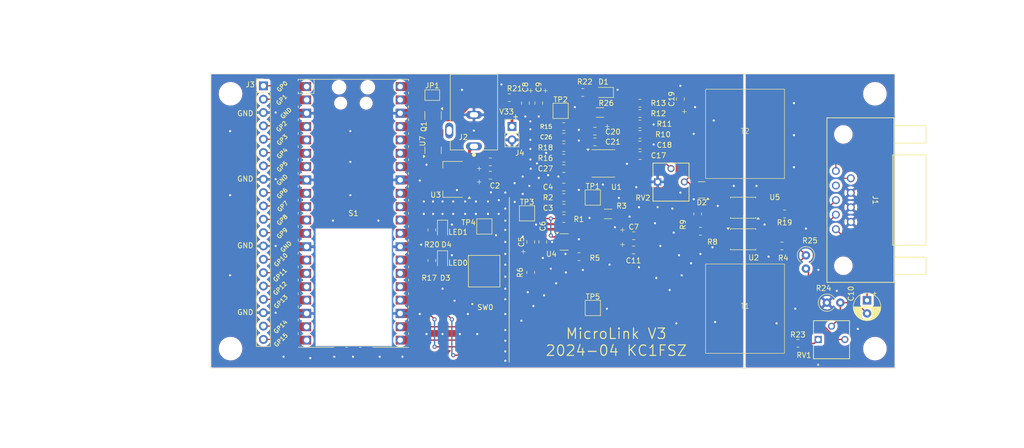
<source format=kicad_pcb>
(kicad_pcb (version 20240108) (generator "pcbnew") (generator_version "8.0")
  (layers (0 "F.Cu" signal) (31 "B.Cu" signal) (34 "B.Paste" user) (35 "F.Paste" user) (36 "B.SilkS" user "B.Silkscreen") (37 "F.SilkS" user "F.Silkscreen") (38 "B.Mask" user) (39 "F.Mask" user) (44 "Edge.Cuts" user))
  (net 0 "")
  (net 1 "+3.3VA")
  (net 2 "GNDA")
  (net 3 "Net-(C3-Pad1)")
  (net 4 "Net-(U1B--)")
  (net 5 "Net-(T1-SA)")
  (net 6 "Net-(C17-Pad1)")
  (net 7 "Net-(U1B-+)")
  (net 8 "Net-(C19-Pad1)")
  (net 9 "+5VA")
  (net 10 "/Audio Input/Vbias")
  (net 11 "Net-(C26-Pad1)")
  (net 12 "Net-(U1D--)")
  (net 13 "Net-(R13-Pad2)")
  (net 14 "Net-(U1A--)")
  (net 15 "Net-(D1-A)")
  (net 16 "RIG_GND")
  (net 17 "RIG_AF_IN")
  (net 18 "RIG_PTT")
  (net 19 "RIG_COS")
  (net 20 "SW0")
  (net 21 "Net-(U1C--)")
  (net 22 "GPIO_COS")
  (net 23 "GPIO_PTT")
  (net 24 "ADC0")
  (net 25 "Net-(J3-Pin_1)")
  (net 26 "Net-(U4-VOUT)")
  (net 27 "Net-(U1A-+)")
  (net 28 "Net-(R8-Pad2)")
  (net 29 "Net-(D3-A)")
  (net 30 "Net-(D4-A)")
  (net 31 "Net-(T1-AA)")
  (net 32 "Net-(D2-COM)")
  (net 33 "Net-(C10-Pad2)")
  (net 34 "RIG_AF_OUT+")
  (net 35 "RIG_AF_OUT-")
  (net 36 "Net-(S1-ADC_VREF)")
  (net 37 "LED0")
  (net 38 "Net-(R19-Pad2)")
  (net 39 "LED1")
  (net 40 "Net-(J3-Pin_2)")
  (net 41 "Net-(J3-Pin_4)")
  (net 42 "Net-(J3-Pin_5)")
  (net 43 "Net-(J3-Pin_6)")
  (net 44 "Net-(J3-Pin_7)")
  (net 45 "Net-(J3-Pin_9)")
  (net 46 "Net-(J3-Pin_10)")
  (net 47 "Net-(J3-Pin_11)")
  (net 48 "Net-(J3-Pin_12)")
  (net 49 "Net-(J3-Pin_14)")
  (net 50 "Net-(J3-Pin_15)")
  (net 51 "Net-(J3-Pin_16)")
  (net 52 "Net-(J3-Pin_17)")
  (net 53 "Net-(J3-Pin_19)")
  (net 54 "Net-(J3-Pin_20)")
  (net 55 "I2C0_SDA")
  (net 56 "I2C0_SCL")
  (net 58 "Net-(JP1-B)")
  (net 59 "Net-(Q1-G)")
  (net 60 "+3.3V")
  (net 61 "Net-(JP1-A)")
  (net 62 "Net-(R23-Pad2)")
  (net 63 "Net-(R25-Pad2)")
  (net 64 "Net-(C11-Pad1)")
  (net 66 "Net-(R15-Pad2)")
  (footprint "TestPoint:TestPoint_Pad_2.5x2.5mm" (layer "F.Cu") (at 184.5 51)
    (property "Reference" "TP2")
    (property "Value" "TestPoint")
  )
  (footprint "Package_TO_SOT_SMD:SOT-23" (layer "F.Cu") (at 211.328 66.04 180)
    (property "Reference" "D2")
    (property "Value" "BAT54S")
  )
  (footprint "bruce-footprints:CPOL_0805_2012Metric_Pad1.18x1.45mm_HandSolder" (layer "F.Cu") (at 171.136 63.25)
    (property "Reference" "C2")
    (property "Value" "10u")
  )
  (footprint "Resistor_SMD:R_0805_2012Metric_Pad1.20x1.40mm_HandSolder" (layer "F.Cu") (at 174.752 48.4925)
    (property "Reference" "R21")
    (property "Value" "4.7")
  )
  (footprint "Resistor_SMD:R_0805_2012Metric_Pad1.20x1.40mm_HandSolder" (layer "F.Cu") (at 178.816 81.75 -90)
    (property "Reference" "R6")
    (property "Value" "10k")
  )
  (footprint "Resistor_SMD:R_0805_2012Metric_Pad1.20x1.40mm_HandSolder" (layer "F.Cu") (at 185.114 60)
    (property "Reference" "R16")
    (property "Value" "2.7k")
  )
  (footprint "Jumper:SolderJumper-2_P1.3mm_Bridged_Pad1.0x1.5mm" (layer "F.Cu") (at 160.1 48)
    (property "Reference" "JP1")
    (property "Value" "SolderJumper_2_Bridged")
  )
  (footprint "bruce-footprints:CPOL_0805_2012Metric_Pad1.18x1.45mm_HandSolder" (layer "F.Cu") (at 171.136 60.71)
    (property "Reference" "C1" (hide yes))
    (property "Value" "10u")
  )
  (footprint "bruce-footprints:CPOL_0805_2012Metric_Pad1.18x1.45mm_HandSolder" (layer "F.Cu") (at 180.34 49.5085 -90)
    (property "Reference" "C9")
    (property "Value" "47u")
  )
  (footprint "Capacitor_THT:CP_Radial_D5.0mm_P2.50mm" (layer "F.Cu") (at 242.75 87.044888 -90)
    (property "Reference" "C10")
    (property "Value" "47u (Optional DC Block)")
  )
  (footprint "Resistor_SMD:R_0805_2012Metric_Pad1.20x1.40mm_HandSolder" (layer "F.Cu") (at 211.074 73.914)
    (property "Reference" "R8")
    (property "Value" "200")
  )
  (footprint "TestPoint:TestPoint_Pad_2.5x2.5mm" (layer "F.Cu") (at 170 73)
    (property "Reference" "TP4")
    (property "Value" "TestPoint")
  )
  (footprint "bruce-footprints:CONN_A-DF 09 A&slash_KG-T2S_ASM" (layer "F.Cu") (at 247.749998 67.98 -90)
    (property "Reference" "J1")
    (property "Value" "DE9_Receptacle")
  )
  (footprint "Resistor_SMD:R_0805_2012Metric_Pad1.20x1.40mm_HandSolder" (layer "F.Cu") (at 160.02 73.66 -90)
    (property "Reference" "R20")
    (property "Value" "220")
  )
  (footprint "Resistor_SMD:R_0805_2012Metric_Pad1.20x1.40mm_HandSolder" (layer "F.Cu") (at 188 78.75 180)
    (property "Reference" "R5")
    (property "Value" "10k")
  )
  (footprint "Resistor_SMD:R_1206_3216Metric_Pad1.30x1.75mm_HandSolder" (layer "F.Cu") (at 193.522 70.612)
    (property "Reference" "R3")
    (property "Value" "0R")
  )
  (footprint "Resistor_SMD:R_0805_2012Metric_Pad1.20x1.40mm_HandSolder" (layer "F.Cu") (at 229.616 95.25)
    (property "Reference" "R23")
    (property "Value" "0R")
  )
  (footprint "Capacitor_SMD:C_0805_2012Metric_Pad1.18x1.45mm_HandSolder" (layer "F.Cu") (at 181.102 75.946 90)
    (property "Reference" "C6")
    (property "Value" "0.1u")
  )
  (footprint "TestPoint:TestPoint_Pad_2.5x2.5mm" (layer "F.Cu") (at 190.614 67.5)
    (property "Reference" "TP1")
    (property "Value" "AF Out")
  )
  (footprint "Resistor_SMD:R_0805_2012Metric_Pad1.20x1.40mm_HandSolder" (layer "F.Cu") (at 185.114 54)
    (property "Reference" "R15")
    (property "Value" "1.5k")
  )
  (footprint "Resistor_SMD:R_1206_3216Metric_Pad1.30x1.75mm_HandSolder" (layer "F.Cu") (at 191.998 51.308 180)
    (property "Reference" "R26")
    (property "Value" "0R")
  )
  (footprint "Capacitor_SMD:C_0805_2012Metric_Pad1.18x1.45mm_HandSolder" (layer "F.Cu") (at 185.114 69.5)
    (property "Reference" "C3")
    (property "Value" "22n")
  )
  (footprint "Resistor_THT:R_Axial_DIN0309_L9.0mm_D3.2mm_P2.54mm_Vertical" (layer "F.Cu") (at 231.14 78.486 -90)
    (property "Reference" "R25")
    (property "Value" "33k")
  )
  (footprint "bruce-footprints:POT_3362P" (layer "F.Cu") (at 202.946 64.516)
    (property "Reference" "RV2")
    (property "Value" "10k")
  )
  (footprint "Resistor_SMD:R_0805_2012Metric_Pad1.20x1.40mm_HandSolder" (layer "F.Cu") (at 199.5765 51.5 180)
    (property "Reference" "R12")
    (property "Value" "2.2k")
  )
  (footprint "Capacitor_SMD:C_0805_2012Metric_Pad1.18x1.45mm_HandSolder" (layer "F.Cu") (at 191.008 56.896 180)
    (property "Reference" "C21")
    (property "Value" "0.1u")
  )
  (footprint "Resistor_SMD:R_0805_2012Metric_Pad1.20x1.40mm_HandSolder" (layer "F.Cu") (at 185.114 71.5 180)
    (property "Reference" "R1")
    (property "Value" "1.5k")
  )
  (footprint "MountingHole:MountingHole_4mm" (layer "F.Cu") (at 121.75 47.75)
    (property "Reference" "H3" (hide yes))
    (property "Value" "MountingHole")
  )
  (footprint "bruce-footprints:CPOL_0805_2012Metric_Pad1.18x1.45mm_HandSolder" (layer "F.Cu") (at 198.3525 77.47)
    (property "Reference" "C11")
    (property "Value" "47u")
  )
  (footprint "Capacitor_SMD:C_0805_2012Metric_Pad1.18x1.45mm_HandSolder" (layer "F.Cu") (at 185.114 62 180)
    (property "Reference" "C27")
    (property "Value" "10n")
  )
  (footprint "Capacitor_SMD:C_0805_2012Metric_Pad1.18x1.45mm_HandSolder" (layer "F.Cu") (at 199.614 59.5 180)
    (property "Reference" "C17")
    (property "Value" "1u")
  )
  (footprint "MountingHole:MountingHole_4mm" (layer "F.Cu") (at 244.25 47.75)
    (property "Reference" "H2" (hide yes))
    (property "Value" "MountingHole")
  )
  (footprint "Resistor_SMD:R_0805_2012Metric_Pad1.20x1.40mm_HandSolder" (layer "F.Cu") (at 199.5765 55.5 180)
    (property "Reference" "R10")
    (property "Value" "330k 1%")
  )
  (footprint "TestPoint:TestPoint_Pad_2.5x2.5mm" (layer "F.Cu") (at 190.627 88.519)
    (property "Reference" "TP5")
    (property "Value" "TestPoint")
  )
  (footprint "Connector_PinHeader_2.54mm:PinHeader_1x20_P2.54mm_Vertical" (layer "F.Cu") (at 128 46.24)
    (property "Reference" "J3")
    (property "Value" "Conn_01x20")
  )
  (footprint "bruce-footprints:CheapAudioTransformer" (layer "F.Cu") (at 219.558 88.646)
    (property "Reference" "T1")
    (property "Value" "Transformer_1P_1S")
  )
  (footprint "Package_TO_SOT_SMD:SOT-23" (layer "F.Cu") (at 160.25 58.5 90)
    (property "Reference" "U7")
    (property "Value" "LM4040DBZ-3")
  )
  (footprint "Resistor_SMD:R_0805_2012Metric_Pad1.20x1.40mm_HandSolder" (layer "F.Cu") (at 185.114 58 180)
    (property "Reference" "R18")
    (property "Value" "0R")
  )
  (footprint "MountingHole:MountingHole_4mm" (layer "F.Cu") (at 121.75 96.25)
    (property "Reference" "H4" (hide yes))
    (property "Value" "MountingHole")
  )
  (footprint "bruce-footprints:CPOL_0805_2012Metric_Pad1.18x1.45mm_HandSolder" (layer "F.Cu") (at 178.816 75.946 90)
    (property "Reference" "C5")
    (property "Value" "47u")
  )
  (footprint "Package_SO:SO-4_4.4x3.6mm_P2.54mm" (layer "F.Cu") (at 219.202 75.438)
    (property "Reference" "U2")
    (property "Value" "LTV-356T")
  )
  (footprint "MountingHole:MountingHole_4mm" (layer "F.Cu") (at 244.25 96.25)
    (property "Reference" "H1" (hide yes))
    (property "Value" "MountingHole")
  )
  (footprint "Package_SO:TSSOP-14_4.4x5mm_P0.65mm" (layer "F.Cu") (at 192.614 61)
    (property "Reference" "U1")
    (property "Value" "LMV324 (Actually LTV9161)")
  )
  (footprint "Resistor_SMD:R_0805_2012Metric_Pad1.20x1.40mm_HandSolder" (layer "F.Cu") (at 199.5765 49.53)
    (property "Reference" "R13")
    (property "Value" "2.2k")
  )
  (footprint "LED_SMD:LED_0805_2012Metric_Pad1.15x1.40mm_HandSolder" (layer "F.Cu") (at 192.681 47.498 180)
    (property "Reference" "D1")
    (property "Value" "Red")
  )
  (footprint "Resistor_SMD:R_0805_2012Metric_Pad1.20x1.40mm_HandSolder" (layer "F.Cu") (at 160.02 79.477 -90)
    (property "Reference" "R17")
    (property "Value" "220")
  )
  (footprint "bruce-footprints:CPOL_0805_2012Metric_Pad1.18x1.45mm_HandSolder" (layer "F.Cu") (at 191.008 54.864 180)
    (property "Reference" "C20")
    (property "Value" "47u")
  )
  (footprint "Resistor_SMD:R_0805_2012Metric_Pad1.20x1.40mm_HandSolder" (layer "F.Cu") (at 199.5765 53.5)
    (property "Reference" "R11")
    (property "Value" "270k 1%")
  )
  (footprint "Resistor_SMD:R_0805_2012Metric_Pad1.20x1.40mm_HandSolder" (layer "F.Cu") (at 185.114 67.5)
    (property "Reference" "R2")
    (property "Value" "2.7k")
  )
  (footprint "Resistor_SMD:R_0805_2012Metric_Pad1.20x1.40mm_HandSolder" (layer "F.Cu") (at 226.568 76.708 180)
    (property "Reference" "R4")
    (property "Value" "570")
  )
  (footprint "bruce-footprints:CPOL_0805_2012Metric_Pad1.18x1.45mm_HandSolder" (layer "F.Cu") (at 198.4025 74.77)
    (property "Reference" "C7")
    (property "Value" "47u")
  )
  (footprint "Package_TO_SOT_SMD:SOT-23-3" (layer "F.Cu") (at 160.25 51.8875 -90)
    (property "Reference" "Q1")
    (property "Value" "DMG2305UX-13")
  )
  (footprint "bruce-footprints:Power_5.5mm_CUI_PJ-102AH" (layer "F.Cu") (at 168.025 51.25 90)
    (property "Reference" "J2")
    (property "Value" "PJ-102AH")
  )
  (footprint "Capacitor_SMD:C_0805_2012Metric_Pad1.18x1.45mm_HandSolder" (layer "F.Cu") (at 185.114 65.5 180)
    (property "Reference" "C4")
    (property "Value" "10n")
  )
  (footprint "Resistor_SMD:R_0805_2012Metric_Pad1.20x1.40mm_HandSolder" (layer "F.Cu") (at 227.076 70.612 180)
    (property "Reference" "R19")
    (property "Value" "220")
  )
  (footprint "bruce-footprints:SW_TS04-66-55-BK-160-SMT" (layer "F.Cu") (at 169.962 81.512 90)
    (property "Reference" "SW0")
    (property "Value" "TS04-66-55-BK-160-SMT")
  )
  (footprint "bruce-footprints:CPOL_0805_2012Metric_Pad1.18x1.45mm_HandSolder" (layer "F.Cu") (at 207.264 48.7465 90)
    (property "Reference" "C19")
    (property "Value" "47u")
  )
  (footprint "Capacitor_SMD:C_0805_2012Metric_Pad1.18x1.45mm_HandSolder" (layer "F.Cu") (at 185.114 56)
    (property "Reference" "C26")
    (property "Value" "22n")
  )
  (footprint "Resistor_SMD:R_0805_2012Metric_Pad1.20x1.40mm_HandSolder" (layer "F.Cu") (at 188.706 47.498)
    (property "Reference" "R22")
    (property "Value" "220")
  )
  (footprint "bruce-footprints:CPOL_0805_2012Metric_Pad1.18x1.45mm_HandSolder" (layer "F.Cu") (at 177.8 49.5085 -90)
    (property "Reference" "C8")
    (property "Value" "47u")
  )
  (footprint "Package_TO_SOT_SMD:SOT-23-6" (layer "F.Cu") (at 185.164 75.946)
    (property "Reference" "U4")
    (property "Value" "MCP4725xxx-xCH")
  )
  (footprint "bruce-footprints:POT_3362P" (layer "F.Cu") (at 233.46 94.5174)
    (property "Reference" "RV1")
    (property "Value" "10k")
  )
  (footprint "TestPoint:TestPoint_Pad_2.5x2.5mm" (layer "F.Cu") (at 178.114 70.5)
    (property "Reference" "TP3")
    (property "Value" "TestPoint")
  )
  (footprint "Connector_PinHeader_2.54mm:PinHeader_1x02_P2.54mm_Vertical" (layer "F.Cu") (at 175.25 53.975)
    (property "Reference" "J4")
    (property "Value" "Conn_01x02")
  )
  (footprint "Package_TO_SOT_SMD:SOT-223-3_TabPin2" (layer "F.Cu") (at 164.024 64.04 180)
    (property "Reference" "U3")
    (property "Value" "NCP1117-3.3_SOT223")
  )
  (footprint "Capacitor_SMD:C_0805_2012Metric_Pad1.18x1.45mm_HandSolder" (layer "F.Cu") (at 199.5765 57.5)
    (property "Reference" "C18")
    (property "Value" "0.1u")
  )
  (footprint "Resistor_THT:R_Axial_DIN0309_L9.0mm_D3.2mm_P2.54mm_Vertical" (layer "F.Cu") (at 235.13 87.5)
    (property "Reference" "R24")
    (property "Value" "1k")
  )
  (footprint "Resistor_SMD:R_0805_2012Metric_Pad1.20x1.40mm_HandSolder" (layer "F.Cu") (at 210.566 70.612 -90)
    (property "Reference" "R9")
    (property "Value" "1k")
  )
  (footprint "LED_SMD:LED_0805_2012Metric_Pad1.15x1.40mm_HandSolder" (layer "F.Cu") (at 162.052 73.66 -90)
    (property "Reference" "D4")
    (property "Value" "Green")
  )
  (footprint "bruce-footprints:CheapAudioTransformer" (layer "F.Cu") (at 219.558 55.372)
    (property "Reference" "T2")
    (property "Value" "Transformer_1P_1S")
  )
  (footprint "Package_SO:SO-4_4.4x3.6mm_P2.54mm" (layer "F.Cu") (at 219.202 69.438 180)
    (property "Reference" "U5")
    (property "Value" "LTV-356T")
  )
  (footprint "LED_SMD:LED_0805_2012Metric_Pad1.15x1.40mm_HandSolder" (layer "F.Cu") (at 162.052 79.493 -90)
    (property "Reference" "D3")
    (property "Value" "Blue")
  )
  (footprint "bruce-footprints:RPi_PicoW_SMD_TH" (layer "F.Cu") (at 145.11 70.5)
    (property "Reference" "S1")
    (property "Value" "~")
  )
  (gr_line (start 174.75 67.5) (end 174.714 98.806) (stroke (width 0.15)) (layer "F.SilkS"))
  (gr_rect (start 137.922 73.406) (end 152.4 95.758) (stroke (width 0.1)) (fill none) (layer "Edge.Cuts"))
  (gr_rect (start 118 44) (end 248 100) (stroke (width 0.1)) (fill none) (layer "Edge.Cuts"))
  (gr_text "GND" (at 122.936 52.07 0) (layer "F.SilkS") (effects (font (size 1 1)) (justify left bottom)))
  (gr_text "GND" (at 122.936 77.216 0) (layer "F.SilkS") (effects (font (size 1 1)) (justify left bottom)))
  (gr_text "GND" (at 122.936 64.516 0) (layer "F.SilkS") (effects (font (size 1 1)) (justify left bottom)))
  (gr_text "LED0" (at 163.068 80.518 0) (layer "F.SilkS") (effects (font (size 1 1)) (justify left bottom)))
  (gr_text "LED1" (at 163.068 74.66 0) (layer "F.SilkS") (effects (font (size 1 1)) (justify left bottom)))
  (gr_text "+" (at 175.25 52.645 0) (layer "F.SilkS") (effects (font (size 1 1)) (justify left bottom)))
  (gr_text "GND" (at 122.936 89.916 0) (layer "F.SilkS") (effects (font (size 1 1)) (justify left bottom)))
  (gr_text "MicroLink V3\n2024-04 KC1FSZ" (at 195.072 97.79 0) (layer "F.SilkS") (effects (font (size 2 2) (thickness 0.2)) (justify bottom)))
  (gr_text "V33" (at 172.75 51.75 0) (layer "F.SilkS") (effects (font (size 1 1)) (justify left bottom)))
  (segment (start 177.7785 48.4925) (end 177.8 48.471) (width 0.5) (layer "F.Cu") (net 1))
  (segment (start 176.315 73.875) (end 176.315 76.747) (width 0.5) (layer "F.Cu") (net 1))
  (segment (start 191.984 61) (end 192.0455 60.9385) (width 0.5) (layer "F.Cu") (net 1))
  (segment (start 201.482082 55.5) (end 206.6091 60.627018) (width 0.5) (layer "F.Cu") (net 1))
  (segment (start 177.517082 73.445) (end 176.745 73.445) (width 0.5) (layer "F.Cu") (net 1))
  (segment (start 178.816 80.994) (end 178.816 81.026) (width 0.25) (layer "F.Cu") (net 1))
  (segment (start 189.809878 48.648) (end 188.856 48.648) (width 0.5) (layer "F.Cu") (net 1))
  (segment (start 206.6091 60.627018) (end 206.6091 63.0991) (width 0.5) (layer "F.Cu") (net 1))
  (segment (start 203.9222 65.786) (end 201.676 65.786) (width 0.5) (layer "F.Cu") (net 1))
  (segment (start 203.9222 65.786) (end 207.5502 69.414) (width 0.5) (layer "F.Cu") (net 1))
  (segment (start 180.34 48.471) (end 185.6525 48.471) (width 0.5) (layer "F.Cu") (net 1))
  (segment (start 177.605082 73.533) (end 177.517082 73.445) (width 0.5) (layer "F.Cu") (net 1))
  (segment (start 192.0455 60.9385) (end 192.0455 54.864) (width 0.5) (layer "F.Cu") (net 1))
  (segment (start 189 76.684) (end 189.484 76.2) (width 0.5) (layer "F.Cu") (net 1))
  (segment (start 192.0455 54.864) (end 192.0455 50.883622) (width 0.5) (layer "F.Cu") (net 1))
  (segment (start 188.856 48.648) (end 187.706 47.498) (width 0.5) (layer "F.Cu") (net 1))
  (segment (start 210.566 69.612) (end 212.388 69.612) (width 0.5) (layer "F.Cu") (net 1))
  (segment (start 189.7515 61) (end 191.516 61) (width 0.5) (layer "F.Cu") (net 1))
  (segment (start 214.696 65.09) (end 212.4655 65.09) (width 0.5) (layer "F.Cu") (net 1))
  (segment (start 207.5502 69.414) (end 210.074 69.414) (width 0.5) (layer "F.Cu") (net 1))
  (segment (start 206.6091 63.0991) (end 203.9222 65.786) (width 0.5) (layer "F.Cu") (net 1))
  (segment (start 214.884 65.278) (end 214.696 65.09) (width 0.5) (layer "F.Cu") (net 1))
  (segment (start 191.516 61) (end 191.984 61) (width 0.5) (layer "F.Cu") (net 1))
  (segment (start 176.745 73.445) (end 176.315 73.875) (width 0.5) (layer "F.Cu") (net 1))
  (segment (start 185.6525 48.471) (end 186.6255 47.498) (width 0.5) (layer "F.Cu") (net 1))
  (segment (start 201.676 65.786) (end 199.898 64.008) (width 0.5) (layer "F.Cu") (net 1))
  (segment (start 178.816 80.75) (end 178.816 77.06) (width 0.5) (layer "F.Cu") (net 1))
  (segment (start 177.8 48.471) (end 180.34 48.471) (width 0.5) (layer "F.Cu") (net 1))
  (segment (start 194.524 64.008) (end 199.898 64.008) (width 0.5) (layer "F.Cu") (net 1))
  (segment (start 200.5765 55.5) (end 201.482082 55.5) (width 0.5) (layer "F.Cu") (net 1))
  (segment (start 176.628 77.06) (end 178.816 77.06) (width 0.5) (layer "F.Cu") (net 1))
  (segment (start 215.646 66.354) (end 215.646 65.278) (width 0.5) (layer "F.Cu") (net 1))
  (segment (start 191.321106 73.533) (end 177.605082 73.533) (width 0.5) (layer "F.Cu") (net 1))
  (segment (start 189.484 76.2) (end 189.484 75.370106) (width 0.5) (layer "F.Cu") (net 1))
  (segment (start 193.528 63.012) (end 193.528 71.326106) (width 0.5) (layer "F.Cu") (net 1))
  (segment (start 194.524 64.008) (end 193.528 63.012) (width 0.5) (layer "F.Cu") (net 1))
  (segment (start 175.752 48.4925) (end 177.7785 48.4925) (width 0.5) (layer "F.Cu") (net 1))
  (segment (start 192.0455 59.443499) (end 192.0455 56.896) (width 0) (layer "F.Cu") (net 1))
  (segment (start 189.484 75.370106) (end 191.321106 73.533) (width 0.5) (layer "F.Cu") (net 1))
  (segment (start 212.388 69.612) (end 215.646 66.354) (width 0.5) (layer "F.Cu") (net 1))
  (segment (start 181.102 76.9835) (end 178.816 76.9835) (width 0.5) (layer "F.Cu") (net 1))
  (segment (start 186.6255 47.498) (end 187.706 47.498) (width 0.5) (layer "F.Cu") (net 1))
  (segment (start 193.528 63.012) (end 191.516 61) (width 0.5) (layer "F.Cu") (net 1))
  (segment (start 181.102 76.9835) (end 183.939 76.9835) (width 0.5) (layer "F.Cu") (net 1))
  (segment (start 193.528 71.326106) (end 191.321106 73.533) (width 0.5) (layer "F.Cu") (net 1))
  (segment (start 215.646 65.278) (end 214.884 65.278) (width 0.5) (layer "F.Cu") (net 1))
  (segment (start 176.315 76.747) (end 176.628 77.06) (width 0.5) (layer "F.Cu") (net 1))
  (segment (start 183.939 76.9835) (end 184.0265 76.896) (width 0.5) (layer "F.Cu") (net 1))
  (segment (start 192.0455 50.883622) (end 189.809878 48.648) (width 0.5) (layer "F.Cu") (net 1))
  (segment (start 189 78.75) (end 189 76.684) (width 0.5) (layer "F.Cu") (net 1))
  (segment (start 189.64 54.61) (end 189.894 54.864) (width 0.25) (layer "F.Cu") (net 2))
  (segment (start 172.212 86.062) (end 172.212 76.962) (width 0.25) (layer "F.Cu") (net 2))
  (segment (start 186.3015 74.996) (end 187.518 74.996) (width 0.25) (layer "F.Cu") (net 2))
  (segment (start 189.7165 56.642) (end 189.9705 56.896) (width 0.25) (layer "F.Cu") (net 2))
  (segment (start 177.8 50.6225) (end 180.34 50.6225) (width 0.25) (layer "F.Cu") (net 2))
  (segment (start 182.88 75.946) (end 182.1395 75.946) (width 0.25) (layer "F.Cu") (net 2))
  (segment (start 159.3875 61.25) (end 159 61.25) (width 0.25) (layer "F.Cu") (net 2))
  (segment (start 195.4765 61.65) (end 195.4765 61) (width 0.25) (layer "F.Cu") (net 2))
  (segment (start 197.114 61) (end 197.114 61.075) (width 0.25) (layer "F.Cu") (net 2))
  (segment (start 184.0765 62) (end 184.0765 65.5) (width 0.25) (layer "F.Cu") (net 2))
  (segment (start 182.1395 75.946) (end 181.102 74.9085) (width 0.25) (layer "F.Cu") (net 2))
  (segment (start 181.0255 74.832) (end 181.102 74.9085) (width 0.25) (layer "F.Cu") (net 2))
  (segment (start 200.5765 53.5) (end 200.614 53.5) (width 0.25) (layer "F.Cu") (net 2))
  (segment (start 172.25 63.25) (end 172.25 60.71) (width 0.25) (layer "F.Cu") (net 2))
  (segment (start 161.2 59.4375) (end 159.3875 61.25) (width 0.25) (layer "F.Cu") (net 2))
  (segment (start 195.4765 61) (end 197.114 61) (width 0.25) (layer "F.Cu") (net 2))
  (segment (start 182.88 75.946) (end 184.0265 75.946) (width 0.25) (layer "F.Cu") (net 2))
  (segment (start 200.614 57.5) (end 201.114 57.5) (width 0.25) (layer "F.Cu") (net 2))
  (segment (start 187.518 74.996) (end 187.96 75.438) (width 0.25) (layer "F.Cu") (net 2))
  (via (at 202.184 53.594) (size 0.8) (drill 0.4) (layers "F.Cu" "B.Cu") (net 2))
  (via (at 177.292 63.5) (size 0.8) (drill 0.4) (layers "F.Cu" "B.Cu") (net 2))
  (via (at 180.34 63.754) (size 0.8) (drill 0.4) (layers "F.Cu" "B.Cu") (net 2))
  (via (at 154.432 97.79) (size 0.8) (drill 0.4) (layers "F.Cu" "B.Cu") (net 2))
  (via (at 162.052 93.472) (size 0.8) (drill 0.4) (layers "F.Cu" "B.Cu") (net 2))
  (via (at 162.052 70.612) (size 0.8) (drill 0.4) (layers "F.Cu" "B.Cu") (net 2))
  (via (at 170.688 68.25) (size 0.8) (drill 0.4) (layers "F.Cu" "B.Cu") (net 2))
  (via (at 168.656 93.472) (size 0.8) (drill 0.4) (layers "F.Cu" "B.Cu") (net 2))
  (via (at 187.96 56.642) (size 0.8) (drill 0.4) (layers "F.Cu" "B.Cu") (net 2))
  (via (at 189.992 71.374) (size 0.8) (drill 0.4) (layers "F.Cu" "B.Cu") (net 2))
  (via (at 188.722 81.28) (size 0.8) (drill 0.4) (layers "F.Cu" "B.Cu") (net 2))
  (via (at 173.99 98.552) (size 0.8) (drill 0.4) (layers "F.Cu" "B.Cu") (net 2))
  (via (at 195.326 46.99) (size 0.8) (drill 0.4) (layers "F.Cu" "B.Cu") (net 2))
  (via (at 202.184 57.404) (size 0.8) (drill 0.4) (layers "F.Cu" "B.Cu") (net 2))
  (via (at 192.532 65.024) (size 0.8) (drill 0.4) (layers "F.Cu" "B.Cu") (net 2))
  (via (at 168.402 70.612) (size 0.8) (drill 0.4) (layers "F.Cu" "B.Cu") (net 2))
  (via (at 187.96 75.438) (size 0.8) (drill 0.4) (layers "F.Cu" "B.Cu") (net 2))
  (via (at 175.75 64.75) (size 0.8) (drill 0.4) (layers "F.Cu" "B.Cu") (net 2))
  (via (at 173.99 82.55) (size 0.8) (drill 0.4) (layers "F.Cu" "B.Cu") (net 2))
  (via (at 177.292 74.93) (size 0.8) (drill 0.4) (layers "F.Cu" "B.Cu") (net 2))
  (via (at 150.114 97.79) (size 0.8) (drill 0.4) (layers "F.Cu" "B.Cu") (net 2))
  (via (at 157.734 89.662) (size 0.8) (drill 0.4) (layers "F.Cu" "B.Cu") (net 2))
  (via (at 173.99 86.868) (size 0.8) (drill 0.4) (layers "F.Cu" "B.Cu") (net 2))
  (via (at 158.496 70.612) (size 0.8) (drill 0.4) (layers "F.Cu" "B.Cu") (net 2))
  (via (at 193.294 88.646) (size 0.8) (drill 0.4) (layers "F.Cu" "B.Cu") (net 2))
  (via (at 164.338 87.122) (size 0.8) (drill 0.4) (layers "F.Cu" "B.Cu") (net 2))
  (via (at 131.826 97.79) (size 0.8) (drill 0.4) (layers "F.Cu" "B.Cu") (net 2))
  (via (at 164.084 70.612) (size 0.8) (drill 0.4) (layers "F.Cu" "B.Cu") (net 2))
  (via (at 194.818 73.152) (size 0.8) (drill 0.4) (layers "F.Cu" "B.Cu") (net 2))
  (via (at 172.212 74.676) (size 0.8) (drill 0.4) (layers "F.Cu" "B.Cu") (net 2))
  (via (at 177.292 66.802) (size 0.8) (drill 0.4) (layers "F.Cu" "B.Cu") (net 2))
  (via (at 144.526 54.864) (size 0.8) (drill 0.4) (layers "F.Cu" "B.Cu") (net 2))
  (via (at 207.01 78.486) (size 0.8) (drill 0.4) (layers "F.Cu" "B.Cu") (net 2))
  (via (at 160.25 68.25) (size 0.8) (drill 0.4) (layers "F.Cu" "B.Cu") (net 2))
  (via (at 205.232 85.09) (size 0.8) (drill 0.4) (layers "F.Cu" "B.Cu") (net 2))
  (via (at 173.99 71.882) (size 0.8) (drill 0.4) (layers "F.Cu" "B.Cu") (net 2))
  (via (at 130.326 51.308) (size 0.8) (drill 0.4) (layers "F.Cu" "B.Cu") (net 2))
  (via (at 202.438 72.39) (size 0.8) (drill 0.4) (layers "F.Cu" "B.Cu") (net 2))
  (via (at 207.264 66.548) (size 0.8) (drill 0.4) (layers "F.Cu" "B.Cu") (net 2))
  (via (at 163.83 78.477) (size 0.8) (drill 0.4) (layers "F.Cu" "B.Cu") (net 2))
  (via (at 213.868 91.186) (size 0.8) (drill 0.4) (layers "F.Cu" "B.Cu") (net 2))
  (via (at 180 61) (size 0.8) (drill 0.4) (layers "F.Cu" "B.Cu") (net 2))
  (via (at 199.39 69.342) (size 0.8) (drill 0.4) (layers "F.Cu" "B.Cu") (net 2))
  (via (at 213.36 76.962) (size 0.8) (drill 0.4) (layers "F.Cu" "B.Cu") (net 2))
  (via (at 173.99 92.71) (size 0.8) (drill 0.4) (layers "F.Cu" "B.Cu") (net 2))
  (via (at 187.96 54.61) (size 0.8) (drill 0.4) (layers "F.Cu" "B.Cu") (net 2))
  (via (at 199.39 80.772) (size 0.8) (drill 0.4) (layers "F.Cu" "B.Cu") (net 2))
  (via (at 149.86 71.882) (size 0.8) (drill 0.4) (layers "F.Cu" "B.Cu") (net 2))
  (via (at 179.832 72.644) (size 0.8) (drill 0.4) (layers "F.Cu" "B.Cu") (net 2))
  (via (at 141.478 97.79) (size 0.8) (drill 0.4) (layers "F.Cu" "B.Cu") (net 2))
  (via (at 193.802 80.264) (size 0.8) (drill 0.4) (layers "F.Cu" "B.Cu") (net 2))
  (via (at 177.8 52.07) (size 0.8) (drill 0.4) (layers "F.Cu" "B.Cu") (net 2))
  (via (at 173.25 45.974) (size 0.8) (drill 0.4) (layers "F.Cu" "B.Cu") (net 2))
  (via (at 141.224 71.882) (size 0.8) (drill 0.4) (layers "F.Cu" "B.Cu") (net 2))
  (via (at 207.264 46.228) (size 0.8) (drill 0.4) (layers "F.Cu" "B.Cu") (net 2))
  (via (at 213.614 52.832) (size 0.8) (drill 0.4) (layers "F.Cu" "B.Cu") (net 2))
  (via (at 197.612 71.12) (size 0.8) (drill 0.4) (layers "F.Cu" "B.Cu") (net 2))
  (via (at 160.274 70.612) (size 0.8) (drill 0.4) (layers "F.Cu" "B.Cu") (net 2))
  (via (at 178.562 65.278) (size 0.8) (drill 0.4) (layers "F.Cu" "B.Cu") (net 2))
  (via (at 197.114 61.075) (size 0.8) (drill 0.4) (layers "F.Cu" "B.Cu") (net 2))
  (via (at 187.96 66.04) (size 0.8) (drill 0.4) (layers "F.Cu" "B.Cu") (net 2))
  (via (at 181.102 78.994) (size 0.8) (drill 0.4) (layers "F.Cu" "B.Cu") (net 2))
  (via (at 180.34 52.07) (size 0.8) (drill 0.4) (layers "F.Cu" "B.Cu") (net 2))
  (via (at 214.376 69.088) (size 0.8) (drill 0.4) (layers "F.Cu" "B.Cu") (net 2))
  (via (at 173.99 73.66) (size 0.8) (drill 0.4) (layers "F.Cu" "B.Cu") (net 2))
  (via (at 209.296 80.01) (size 0.8) (drill 0.4) (layers "F.Cu" "B.Cu") (net 2))
  (via (at 184.0765 63.5) (size 0.8) (drill 0.4) (layers "F.Cu" "B.Cu") (net 2))
  (via (at 182.626 81.026) (size 0.8) (drill 0.4) (layers "F.Cu" "B.Cu") (net 2))
  (via (at 166.37 68.25) (size 0.8) (drill 0.4) (layers "F.Cu" "B.Cu") (net 2))
  (via (at 205.74 69.596) (size 0.8) (drill 0.4) (layers "F.Cu" "B.Cu") (net 2))
  (via (at 183.642 83.82) (size 0.8) (drill 0.4) (layers "F.Cu" "B.Cu") (net 2))
  (via (at 182.118 63.246) (size 0.8) (drill 0.4) (layers "F.Cu" "B.Cu") (net 2))
  (via (at 162.052 84.836) (size 0.8) (drill 0.4) (layers "F.Cu" "B.Cu") (net 2))
  (via (at 217.424 65.278) (size 0.8) (drill 0.4) (layers "F.Cu" "B.Cu") (net 2))
  (via (at 121.666 54.864) (size 0.8) (drill 0.4) (layers "F.Cu" "B.Cu") (net 2))
  (via (at 145.034 97.79) (size 0.8) (drill 0.4) (layers "F.Cu" "B.Cu") (net 2))
  (via (at 165.75 47) (size 0.8) (drill 0.4) (layers "F.Cu" "B.Cu") (net 2))
  (via (at 136.906 98.044) (size 0.8) (drill 0.4) (layers "F.Cu" "B.Cu") (net 2))
  (via (at 173.99 89.662) (size 0.8) (drill 0.4) (layers "F.Cu" "B.Cu") (net 2))
  (via (at 158.496 68.25) (size 0.8) (drill 0.4) (layers "F.Cu" "B.Cu") (net 2))
  (via (at 172.72 70.612) (size 0.8) (drill 0.4) (layers "F.Cu" "B.Cu") (net 2))
  (via (at 209.804 67.818) (size 0.8) (drill 0.4) (layers "F.Cu" "B.Cu") (net 2))
  (via (at 170.688 70.612) (size 0.8) (drill 0.4) (layers "F.Cu" "B.Cu") (net 2))
  (via (at 171.25 66.5) (size 0.8) (drill 0.4) (layers "F.Cu" "B.Cu") (net 2))
  (via (at 173.99 96.774) (size 0.8) (drill 0.4) (layers "F.Cu" "B.Cu") (net 2))
  (via (at 178.25 85.5) (size 0.8) (drill 0.4) (layers "F.Cu" "B.Cu") (net 2))
  (via (at 172.75 68) (size 0.8) (drill 0.4) (layers "F.Cu" "B.Cu") (net 2))
  (via (at 178.75 53) (size 0.8) (drill 0.4) (layers "F.Cu" "B.Cu") (net 2))
  (via (at 210.058 50.292) (size 0.8) (drill 0.4) (layers "F.Cu" "B.Cu") (net 2))
  (via (at 187.198 50.292) (size 0.8) (drill 0.4) (layers "F.Cu" "B.Cu") (net 2))
  (via (at 181.356 86.106) (size 0.8) (drill 0.4) (layers "F.Cu" "B.Cu") (net 2))
  (via (at 173.99 80.264) (size 0.8) (drill 0.4) (layers "F.Cu" "B.Cu") (net 2))
  (via (at 166.878 89.662) (size 0.8) (drill 0.4) (layers "F.Cu" "B.Cu") (net 2))
  (via (at 121.666 67.056) (size 0.8) (drill 0.4) (layers "F.Cu" "B.Cu") (net 2))
  (via (at 179.324 88.138) (size 0.8) (drill 0.4) (layers "F.Cu" "B.Cu") (net 2))
  (via (at 198.882 65.532) (size 0.8) (drill 0.4) (layers "F.Cu" "B.Cu") (net 2))
  (via (at 205.994 74.168) (size 0.8) (drill 0.4) (layers "F.Cu" "B.Cu") (net 2))
  (via (at 203.454 76.708) (size 0.8) (drill 0.4) (layers "F.Cu" "B.Cu") (net 2))
  (via (at 168 54.75) (size 0.8) (drill 0.4) (layers "F.Cu" "B.Cu") (net 2))
  (via (at 177.038 90.932) (size 0.8) (drill 0.4) (layers "F.Cu" "B.Cu") (net 2))
  (via (at 159.004 93.472) (size 0.8) (drill 0.4) (layers "F.Cu" "B.Cu") (net 2))
  (via (at 130.326 89.408) (size 0.8) (drill 0.4) (layers "F.Cu" "B.Cu") (net 2))
  (via (at 164.084 68.25) (size 0.8) (drill 0.4) (layers "F.Cu" "B.Cu") (net 2))
  (via (at 209.804 55.372) (size 0.8) (drill 0.4) (layers "F.Cu" "B.Cu") (net 2))
  (via (at 175.768 68.326) (size 0.8) (drill 0.4) (layers "F.Cu" "B.Cu") (net 2))
  (via (at 185.5 81.75) (size 0.8) (drill 0.4) (layers "F.Cu" "B.Cu") (net 2))
  (via (at 130.326 64.008) (size 0.8) (drill 0.4) (layers "F.Cu" "B.Cu") (net 2))
  (via (at 162.052 68.25) (size 0.8) (drill 0.4) (layers "F.Cu" "B.Cu") (net 2))
  (via (at 173.99 66.548) (size 0.8) (drill 0.4) (layers "F.Cu" "B.Cu") (net 2))
  (via (at 202.692 82.804) (size 0.8) (drill 0.4) (layers "F.Cu" "B.Cu") (net 2))
  (via (at 211.074 78.232) (size 0.8) (drill 0.4) (layers "F.Cu" "B.Cu") (net 2))
  (via (at 173.99 75.946) (size 0.8) (drill 0.4) (layers "F.Cu" "B.Cu") (net 2))
  (via (at 163.83 72.644) (size 0.8) (drill 0.4) (layers "F.Cu" "B.Cu") (net 2))
  (via (at 207.518 82.296) (size 0.8) (drill 0.4) (layers "F.Cu" "B.Cu") (net 2))
  (via (at 173.99 94.742) (size 0.8) (drill 0.4) (layers "F.Cu" "B.Cu") (net 2))
  (via (at 178.75 56.5) (size 0.8) (drill 0.4) (layers "F.Cu" "B.Cu") (net 2))
  (via (at 144.526 60.706) (size 0.8) (drill 0.4) (layers "F.Cu" "B.Cu") (net 2))
  (via (at 165.354 93.472) (size 0.8) (drill 0.4) (layers "F.Cu" "B.Cu") (net 2))
  (via (at 182.88 75.946) (size 0.8) (drill 0.4) (layers "F.Cu" "B.Cu") (net 2))
  (via (at 157.734 64.262) (size 0.8) (drill 0.4) (layers "F.Cu" "B.Cu") (net 2))
  (via (at 181.75 59) (size 0.8) (drill 0.4) (layers "F.Cu" "B.Cu") (net 2))
  (via (at 121.666 82.296) (size 0.8) (drill 0.4) (layers "F.Cu" "B.Cu") (net 2))
  (via (at 178.75 60.25) (size 0.8) (drill 0.4) (layers "F.Cu" "B.Cu") (net 2))
  (via (at 144.526 67.056) (size 0.8) (drill 0.4) (layers "F.Cu" "B.Cu") (net 2))
  (via (at 173.99 84.836) (size 0.8) (drill 0.4) (layers "F.Cu" "B.Cu") (net 2))
  (via (at 130.326 76.708) (size 0.8) (drill 0.4) (layers "F.Cu" "B.Cu") (net 2))
  (via (at 173.99 69.596) (size 0.8) (drill 0.4) (layers "F.Cu" "B.Cu") (net 2))
  (via (at 166.37 70.612) (size 0.8) (drill 0.4) (layers "F.Cu" "B.Cu") (net 2))
  (via (at 178.75 54.5) (size 0.8) (drill 0.4) (layers "F.Cu" "B.Cu") (net 2))
  (via (at 159 61.25) (size 0.8) (drill 0.4) (layers "F.Cu" "B.Cu") (net 2))
  (via (at 164.791 66.072) (size 0.8) (drill 0.4) (layers "F.Cu" "B.Cu") (net 2))
  (via (at 168.402 68.25) (size 0.8) (drill 0.4) (layers "F.Cu" "B.Cu") (net 2))
  (via (at 178.75 58.25) (size 0.8) (drill 0.4) (layers "F.Cu" "B.Cu") (net 2))
  (via (at 157.988 76.454) (size 0.8) (drill 0.4) (layers "F.Cu" "B.Cu") (net 2))
  (via (at 206.502 91.44) (size 0.8) (drill 0.4) (layers "F.Cu" "B.Cu") (net 2))
  (via (at 178.816 62) (size 0.8) (drill 0.4) (layers "F.Cu" "B.Cu") (net 2))
  (via (at 173.99 78.232) (size 0.8) (drill 0.4) (layers "F.Cu" "B.Cu") (net 2))
  (via (at 185.42 78.232) (size 0.8) (drill 0.4) (layers "F.Cu" "B.Cu") (net 2))
  (via (at 195.58 67.564) (size 0.8) (drill 0.4) (layers "F.Cu" "B.Cu") (net 2))
  (segment (start 184.0765 67.5375) (end 184.114 67.5) (width 0.25) (layer "F.Cu") (net 3))
  (segment (start 184.0765 69.5) (end 184.114 69.5) (width 0.25) (layer "F.Cu") (net 3))
  (segment (start 184.0765 69.5) (end 184.0765 67.5375) (width 0.25) (layer "F.Cu") (net 3))
  (segment (start 184.114 69.5) (end 186.114 71.5) (width 0.25) (layer "F.Cu") (net 3))
  (segment (start 188.614 69.5) (end 190.614 67.5) (width 0.25) (layer "F.Cu") (net 4))
  (segment (start 190.614 63.8125) (end 189.7515 62.95) (width 0.25) (layer "F.Cu") (net 4))
  (segment (start 189.7515 62.95) (end 189.7515 62.3) (width 0.25) (layer "F.Cu") (net 4))
  (segment (start 186.1515 69.5) (end 188.614 69.5) (width 0.25) (layer "F.Cu") (net 4))
  (segment (start 190.614 67.5) (end 190.614 69.254) (width 0.25) (layer "F.Cu") (net 4))
  (segment (start 190.614 67.5) (end 190.614 63.8125) (width 0.25) (layer "F.Cu") (net 4))
  (segment (start 190.614 69.254) (end 191.972 70.612) (width 0.25) (layer "F.Cu") (net 4))
  (segment (start 229.058 86.106) (end 229.058 80.568) (width 0.25) (layer "F.Cu") (net 5))
  (segment (start 227.568 76.708) (end 229.362 76.708) (width 0.25) (layer "F.Cu") (net 5))
  (segment (start 229.362 76.708) (end 231.14 78.486) (width 0.25) (layer "F.Cu") (net 5))
  (segment (start 229.058 80.568) (end 231.14 78.486) (width 0.25) (layer "F.Cu") (net 5))
  (segment (start 200.6515 59.5) (end 203.01 59.5) (width 0.25) (layer "F.Cu") (net 6))
  (segment (start 203.01 59.5) (end 205.486 61.976) (width 0.25) (layer "F.Cu") (net 6))
  (segment (start 186.1515 64.512501) (end 186.1515 65.5) (width 0.25) (layer "F.Cu") (net 7))
  (segment (start 186.1515 65.5) (end 186.1515 67.4625) (width 0.25) (layer "F.Cu") (net 7))
  (segment (start 189.7515 61.65) (end 189.014001 61.65) (width 0.25) (layer "F.Cu") (net 7))
  (segment (start 189.014001 61.65) (end 186.1515 64.512501) (width 0.25) (layer "F.Cu") (net 7))
  (segment (start 186.1515 67.4625) (end 186.114 67.5) (width 0.25) (layer "F.Cu") (net 7))
  (segment (start 207.114 51.5) (end 207.264 51.35) (width 0.25) (layer "F.Cu") (net 8))
  (segment (start 207.264 51.35) (end 207.264 49.784) (width 0.25) (layer "F.Cu") (net 8))
  (segment (start 200.5765 51.5) (end 207.114 51.5) (width 0.25) (layer "F.Cu") (net 8))
  (segment (start 167.414 61.5) (end 167.174 61.74) (width 0.5) (layer "F.Cu") (net 9))
  (segment (start 168.992 61.74) (end 170.022 60.71) (width 0.5) (layer "F.Cu") (net 9))
  (segment (start 167.174 61.74) (end 167.174 58.601) (width 0.5) (layer "F.Cu") (net 9))
  (segment (start 167.174 58.601) (end 168.025 57.75) (width 0.5) (layer "F.Cu") (net 9))
  (segment (start 167.174 61.74) (end 168.992 61.74) (width 0.5) (layer "F.Cu") (net 9))
  (segment (start 167.331 61.583) (end 167.174 61.74) (width 0.5) (layer "F.Cu") (net 9))
  (segment (start 198.5765 57.5375) (end 198.539 57.5) (width 0.25) (layer "F.Cu") (net 10))
  (segment (start 198.5765 53.5) (end 198.5765 55.5) (width 0.25) (layer "F.Cu") (net 10))
  (segment (start 195.4765 60.35) (end 197.7265 60.35) (width 0.25) (layer "F.Cu") (net 10))
  (segment (start 198.539 55.5375) (end 198.5765 55.5) (width 0.25) (layer "F.Cu") (net 10))
  (segment (start 197.7265 60.35) (end 198.5765 59.5) (width 0.25) (layer "F.Cu") (net 10))
  (segment (start 198.5765 59.5) (end 198.5765 57.5375) (width 0.25) (layer "F.Cu") (net 10))
  (segment (start 198.539 57.5) (end 198.539 55.5375) (width 0.25) (layer "F.Cu") (net 10))
  (segment (start 184.114 55.9625) (end 184.0765 56) (width 0.25) (layer "F.Cu") (net 11))
  (segment (start 185.114 59) (end 185.114 57.0375) (width 0.25) (layer "F.Cu") (net 11))
  (segment (start 184.114 60) (end 185.114 59) (width 0.25) (layer "F.Cu") (net 11))
  (segment (start 184.114 54) (end 184.114 55.9625) (width 0.25) (layer "F.Cu") (net 11))
  (segment (start 185.114 57.0375) (end 184.0765 56) (width 0.25) (layer "F.Cu") (net 11))
  (segment (start 195.4765 59.7) (end 196.213999 59.7) (width 0.25) (layer "F.Cu") (net 12))
  (segment (start 196.614 59.299999) (end 196.614 51.5) (width 0.25) (layer "F.Cu") (net 12))
  (segment (start 196.213999 59.7) (end 196.614 59.299999) (width 0.25) (layer "F.Cu") (net 12))
  (segment (start 196.614 51.5) (end 198.5765 51.5) (width 0.25) (layer "F.Cu") (net 12))
  (segment (start 198.5765 51.5) (end 198.5765 49.53) (width 0.25) (layer "F.Cu") (net 12))
  (segment (start 193.548 51.308) (end 195.4765 51.308) (width 0.25) (layer "F.Cu") (net 13))
  (segment (start 195.4765 59.05) (end 195.4765 51.308) (width 0.25) (layer "F.Cu") (net 13))
  (segment (start 199.5515 48.505) (end 196.859 48.505) (width 0.25) (layer "F.Cu") (net 13))
  (segment (start 196.859 48.505) (end 195.4765 49.8875) (width 0.25) (layer "F.Cu") (net 13))
  (segment (start 195.4765 49.8875) (end 195.4765 51.308) (width 0.25) (layer "F.Cu") (net 13))
  (segment (start 200.5765 49.53) (end 199.5515 48.505) (width 0.25) (layer "F.Cu") (net 13))
  (segment (start 187.164 59.05) (end 186.114 58) (width 0.25) (layer "F.Cu") (net 14))
  (segment (start 189.7515 59.7) (end 189.7515 59.05) (width 0.25) (layer "F.Cu") (net 14))
  (segment (start 186.114 56.0375) (end 186.1515 56) (width 0.25) (layer "F.Cu") (net 14))
  (segment (start 186.114 58) (end 186.114 56.0375) (width 0.25) (layer "F.Cu") (net 14))
  (segment (start 189.7515 59.05) (end 187.164 59.05) (width 0.25) (layer "F.Cu") (net 14))
  (segment (start 191.656 47.498) (end 189.706 47.498) (width 0.25) (layer "F.Cu") (net 15))
  (via (at 228.854 55.626) (size 0.8) (drill 0.4) (layers "F.Cu" "B.Cu") (net 16))
  (via (at 223.266 72.644) (size 0.8) (drill 0.4) (layers "F.Cu" "B.Cu") (net 16))
  (via (at 237 85.25) (size 0.8) (drill 0.4) (layers "F.Cu" "B.Cu") (net 16))
  (via (at 233.5 81.25) (size 0.8) (drill 0.4) (layers "F.Cu" "B.Cu") (net 16))
  (via (at 224.028 78.74) (size 0.8) (drill 0.4) (layers "F.Cu" "B.Cu") (net 16))
  (via (at 229.108 88.646) (size 0.8) (drill 0.4) (layers "F.Cu" "B.Cu") (net 16))
  (via (at 231.14 73.406) (size 0.8) (drill 0.4) (layers "F.Cu" "B.Cu") (net 16))
  (via (at 228.854 61.722) (size 0.8) (drill 0.4) (layers "F.Cu" "B.Cu") (net 16))
  (via (at 221.742 65.278) (size 0.8) (drill 0.4) (layers "F.Cu" "B.Cu") (net 16))
  (via (at 228.854 49.53) (size 0.8) (drill 0.4) (layers "F.Cu" "B.Cu") (net 16))
  (via (at 241 92.5) (size 0.8) (drill 0.4) (layers "F.Cu" "B.Cu") (net 16))
  (via (at 225.552 91.44) (size 0.8) (drill 0.4) (layers "F.Cu" "B.Cu") (net 16))
  (segment (start 242.75 87.044888) (end 242.75 79.439999) (width 0.25) (layer "F.Cu") (net 17))
  (segment (start 242.75 79.439999) (end 236.83 73.519999) (width 0.25) (layer "F.Cu") (net 17))
  (segment (start 222.352 74.168) (end 233.412 74.168) (width 0.25) (layer "F.Cu") (net 18))
  (segment (start 233.412 74.168) (end 236.83 70.75) (width 0.25) (layer "F.Cu") (net 18))
  (segment (start 234.198 70.612) (end 236.83 67.98) (width 0.25) (layer "F.Cu") (net 19))
  (segment (start 228.076 70.612) (end 234.198 70.612) (width 0.25) (layer "F.Cu") (net 19))
  (segment (start 163.58 81.93) (end 167.712 86.062) (width 0.25) (layer "F.Cu") (net 20))
  (segment (start 167.712 86.062) (end 167.712 76.962) (width 0.25) (layer "F.Cu") (net 20))
  (segment (start 154 81.93) (end 163.58 81.93) (width 0.25) (layer "F.Cu") (net 20))
  (segment (start 195.4765 62.95) (end 195.4765 62.3) (width 0.25) (layer "F.Cu") (net 21))
  (segment (start 209.296 77.978) (end 202.692 84.582) (width 0.25) (layer "F.Cu") (net 22))
  (segment (start 157.622 84.47) (end 163.83 90.678) (width 0.25) (layer "F.Cu") (net 22))
  (segment (start 211.149 76.4591) (end 209.6301 77.978) (width 0.25) (layer "F.Cu") (net 22))
  (segment (start 202.692 84.582) (end 187.96 84.582) (width 0.25) (layer "F.Cu") (net 22))
  (segment (start 154 84.47) (end 157.622 84.47) (width 0.25) (layer "F.Cu") (net 22))
  (segment (start 210.566 71.612) (end 215.148 71.612) (width 0.25) (layer "F.Cu") (net 22))
  (segment (start 215.148 71.612) (end 216.052 70.708) (width 0.25) (layer "F.Cu") (net 22))
  (segment (start 210.566 71.612) (end 211.149 72.195) (width 0.25) (layer "F.Cu") (net 22))
  (segment (start 209.6301 77.978) (end 209.296 77.978) (width 0.25) (layer "F.Cu") (net 22))
  (segment (start 187.96 84.582) (end 175.043 97.499) (width 0.25) (layer "F.Cu") (net 22))
  (segment (start 175.043 97.499) (end 164.084 97.499) (width 0.25) (layer "F.Cu") (net 22))
  (segment (start 211.149 72.195) (end 211.149 76.4591) (width 0.25) (layer "F.Cu") (net 22))
  (via (at 163.83 90.678) (size 0.8) (drill 0.4) (layers "F.Cu" "B.Cu") (net 22))
  (via (at 164.084 97.499) (size 0.8) (drill 0.4) (layers "F.Cu" "B.Cu") (net 22))
  (segment (start 163.83 97.245) (end 164.084 97.499) (width 0.25) (layer "B.Cu") (net 22))
  (segment (start 163.83 90.678) (end 163.83 97.245) (width 0.25) (layer "B.Cu") (net 22))
  (segment (start 210.074 73.914) (end 200.676 83.312) (width 0.25) (layer "F.Cu") (net 23))
  (segment (start 174.097 95.905) (end 160.528 95.905) (width 0.25) (layer "F.Cu") (net 23))
  (segment (start 156.86 87.01) (end 160.528 90.678) (width 0.25) (layer "F.Cu") (net 23))
  (segment (start 186.69 83.312) (end 174.097 95.905) (width 0.25) (layer "F.Cu") (net 23))
  (segment (start 154 87.01) (end 156.86 87.01) (width 0.25) (layer "F.Cu") (net 23))
  (segment (start 200.676 83.312) (end 186.69 83.312) (width 0.25) (layer "F.Cu") (net 23))
  (via (at 160.528 95.905) (size 0.8) (drill 0.4) (layers "F.Cu" "B.Cu") (net 23))
  (via (at 160.528 90.678) (size 0.8) (drill 0.4) (layers "F.Cu" "B.Cu") (net 23))
  (segment (start 160.528 90.678) (end 160.528 95.905) (width 0.25) (layer "B.Cu") (net 23))
  (segment (start 169.5 69.23) (end 172.884 69.23) (width 0.25) (layer "F.Cu") (net 24))
  (segment (start 172.884 69.23) (end 184.114 58) (width 0.25) (layer "F.Cu") (net 24))
  (segment (start 154 69.23) (end 169.5 69.23) (width 0.25) (layer "F.Cu") (net 24))
  (segment (start 169.5 72.5) (end 169.5 69.23) (width 0.25) (layer "F.Cu") (net 24))
  (segment (start 170 73) (end 169.5 72.5) (width 0.25) (layer "F.Cu") (net 24))
  (segment (start 128 46.24) (end 136.09 46.24) (width 0.25) (layer "F.Cu") (net 25))
  (segment (start 136.09 46.24) (end 136.22 46.37) (width 0.25) (layer "F.Cu") (net 25))
  (segment (start 184.114 71.5) (end 179.114 71.5) (width 0.25) (layer "F.Cu") (net 26))
  (segment (start 182.901 74.996) (end 182.626 74.721) (width 0.25) (layer "F.Cu") (net 26))
  (segment (start 179.114 71.5) (end 178.114 70.5) (width 0.25) (layer "F.Cu") (net 26))
  (segment (start 184.0265 74.996) (end 182.901 74.996) (width 0.25) (layer "F.Cu") (net 26))
  (via (at 182.626 74.721) (size 0.8) (drill 0.4) (layers "F.Cu" "B.Cu") (net 26))
  (via (at 182.626 71.501) (size 0.8) (drill 0.4) (layers "F.Cu" "B.Cu") (net 26))
  (segment (start 182.626 74.721) (end 182.626 71.501) (width 0.25) (layer "B.Cu") (net 26))
  (segment (start 189.7515 60.35) (end 186.464 60.35) (width 0.25) (layer "F.Cu") (net 27))
  (segment (start 186.464 60.35) (end 186.114 60) (width 0.25) (layer "F.Cu") (net 27))
  (segment (start 186.1515 62) (end 186.1515 60.0375) (width 0.25) (layer "F.Cu") (net 27))
  (segment (start 186.1515 60.0375) (end 186.114 60) (width 0.25) (layer "F.Cu") (net 27))
  (segment (start 212.074 73.914) (end 215.798 73.914) (width 0.25) (layer "F.Cu") (net 28))
  (segment (start 215.798 73.914) (end 216.052 74.168) (width 0.25) (layer "F.Cu") (net 28))
  (segment (start 160.02 80.477) (end 162.011 80.477) (width 0.25) (layer "F.Cu") (net 29))
  (segment (start 162.011 80.477) (end 162.052 80.518) (width 0.25) (layer "F.Cu") (net 29))
  (segment (start 162.027 74.66) (end 162.052 74.685) (width 0.25) (layer "F.Cu") (net 30))
  (segment (start 160.02 74.66) (end 162.027 74.66) (width 0.25) (layer "F.Cu") (net 30))
  (segment (start 212.598 78.502) (end 212.598 78.486) (width 0.25) (layer "F.Cu") (net 31))
  (segment (start 199.44 77.42) (end 199.39 77.47) (width 0.25) (layer "F.Cu") (net 31))
  (segment (start 199.44 74.77) (end 199.44 77.42) (width 0.25) (layer "F.Cu") (net 31))
  (segment (start 218.44 78.486) (end 212.598 78.486) (width 0.25) (layer "F.Cu") (net 31))
  (segment (start 210.058 81.026) (end 210.058 86.106) (width 0.25) (layer "F.Cu") (net 31))
  (segment (start 212.582 78.502) (end 210.058 81.026) (width 0.25) (layer "F.Cu") (net 31))
  (segment (start 199.39 77.47) (end 206.323 70.537) (width 0.25) (layer "F.Cu") (net 31))
  (segment (start 206.323 70.537) (end 214.197 70.537) (width 0.25) (layer "F.Cu") (net 31))
  (segment (start 214.197 70.537) (end 214.884 69.85) (width 0.25) (layer "F.Cu") (net 31))
  (segment (start 218.44 71.126) (end 218.44 78.486) (width 0.25) (layer "F.Cu") (net 31))
  (segment (start 214.884 69.85) (end 217.164 69.85) (width 0.25) (layer "F.Cu") (net 31))
  (segment (start 212.598 78.502) (end 212.582 78.502) (width 0.25) (layer "F.Cu") (net 31))
  (segment (start 217.164 69.85) (end 218.44 71.126) (width 0.25) (layer "F.Cu") (net 31))
  (segment (start 210.058 62.484) (end 210.058 57.912) (width 0.25) (layer "F.Cu") (net 32))
  (segment (start 208.026 64.516) (end 210.058 62.484) (width 0.25) (layer "F.Cu") (net 32))
  (segment (start 208.6665 64.516) (end 208.026 64.516) (width 0.25) (layer "F.Cu") (net 32))
  (segment (start 210.1905 66.04) (end 208.6665 64.516) (width 0.25) (layer "F.Cu") (net 32))
  (segment (start 237.67 90.3074) (end 237.67 87.5) (width 0.25) (layer "F.Cu") (net 33))
  (segment (start 236 91.9774) (end 237.67 90.3074) (width 0.25) (layer "F.Cu") (net 33))
  (segment (start 240.705112 87.5) (end 242.75 89.544888) (width 0.25) (layer "F.Cu") (net 33))
  (segment (start 237.67 87.5) (end 240.705112 87.5) (width 0.25) (layer "F.Cu") (net 33))
  (segment (start 236.83 60.604) (end 236.83 62.440001) (width 0.2) (layer "F.Cu") (net 34))
  (segment (start 229.058 52.832) (end 236.83 60.604) (width 0.2) (layer "F.Cu") (net 34))
  (segment (start 234.971002 63.825002) (end 239.669999 63.825002) (width 0.2) (layer "F.Cu") (net 35))
  (segment (start 229.058 57.912) (end 234.971002 63.825002) (width 0.2) (layer "F.Cu") (net 35))
  (segment (start 154 59.07) (end 158.9325 59.07) (width 0.25) (layer "F.Cu") (net 36))
  (segment (start 158.9325 59.07) (end 159.3 59.4375) (width 0.25) (layer "F.Cu") (net 36))
  (segment (start 157.338 79.39) (end 158.251 78.477) (width 0.25) (layer "F.Cu") (net 37))
  (segment (start 154 79.39) (end 157.338 79.39) (width 0.25) (layer "F.Cu") (net 37))
  (segment (start 158.251 78.477) (end 160.02 78.477) (width 0.25) (layer "F.Cu") (net 37))
  (segment (start 222.352 70.708) (end 225.98 70.708) (width 0.25) (layer "F.Cu") (net 38))
  (segment (start 225.98 70.708) (end 226.076 70.612) (width 0.25) (layer "F.Cu") (net 38))
  (segment (start 158.37 74.31) (end 160.02 72.66) (width 0.25) (layer "F.Cu") (net 39))
  (segment (start 154 74.31) (end 158.37 74.31) (width 0.25) (layer "F.Cu") (net 39))
  (segment (start 128 48.78) (end 136.09 48.78) (width 0.25) (layer "F.Cu") (net 40))
  (segment (start 136.09 48.78) (end 136.22 48.91) (width 0.25) (layer "F.Cu") (net 40))
  (segment (start 128 53.86) (end 136.09 53.86) (width 0.25) (layer "F.Cu") (net 41))
  (segment (start 136.09 53.86) (end 136.22 53.99) (width 0.25) (layer "F.Cu") (net 41))
  (segment (start 128 56.4) (end 136.09 56.4) (width 0.25) (layer "F.Cu") (net 42))
  (segment (start 136.09 56.4) (end 136.22 56.53) (width 0.25) (layer "F.Cu") (net 42))
  (segment (start 128 58.94) (end 136.09 58.94) (width 0.25) (layer "F.Cu") (net 43))
  (segment (start 136.09 58.94) (end 136.22 59.07) (width 0.25) (layer "F.Cu") (net 43))
  (segment (start 136.09 61.48) (end 136.22 61.61) (width 0.25) (layer "F.Cu") (net 44))
  (segment (start 128 61.48) (end 136.09 61.48) (width 0.25) (layer "F.Cu") (net 44))
  (segment (start 136.09 66.56) (end 136.22 66.69) (width 0.25) (layer "F.Cu") (net 45))
  (segment (start 128 66.56) (end 136.09 66.56) (width 0.25) (layer "F.Cu") (net 45))
  (segment (start 128 69.1) (end 136.09 69.1) (width 0.25) (layer "F.Cu") (net 46))
  (segment (start 136.09 69.1) (end 136.22 69.23) (width 0.25) (layer "F.Cu") (net 46))
  (segment (start 128 71.64) (end 136.09 71.64) (width 0.25) (layer "F.Cu") (net 47))
  (segment (start 136.09 71.64) (end 136.22 71.77) (width 0.25) (layer "F.Cu") (net 47))
  (segment (start 136.09 74.18) (end 136.22 74.31) (width 0.25) (layer "F.Cu") (net 48))
  (segment (start 128 74.18) (end 136.09 74.18) (width 0.25) (layer "F.Cu") (net 48))
  (segment (start 128 79.26) (end 136.09 79.26) (width 0.25) (layer "F.Cu") (net 49))
  (segment (start 136.09 79.26) (end 136.22 79.39) (width 0.25) (layer "F.Cu") (net 49))
  (segment (start 136.09 81.8) (end 136.22 81.93) (width 0.25) (layer "F.Cu") (net 50))
  (segment (start 128 81.8) (end 136.09 81.8) (width 0.25) (layer "F.Cu") (net 50))
  (segment (start 128 84.34) (end 136.09 84.34) (width 0.25) (layer "F.Cu") (net 51))
  (segment (start 136.09 84.34) (end 136.22 84.47) (width 0.25) (layer "F.Cu") (net 51))
  (segment (start 128 86.88) (end 136.09 86.88) (width 0.25) (layer "F.Cu") (net 52))
  (segment (start 136.09 86.88) (end 136.22 87.01) (width 0.25) (layer "F.Cu") (net 52))
  (segment (start 128 91.96) (end 136.09 91.96) (width 0.25) (layer "F.Cu") (net 53))
  (segment (start 136.09 91.96) (end 136.22 92.09) (width 0.25) (layer "F.Cu") (net 53))
  (segment (start 136.09 94.5) (end 136.22 94.63) (width 0.25) (layer "F.Cu") (net 54))
  (segment (start 128 94.5) (end 136.09 94.5) (width 0.25) (layer "F.Cu") (net 54))
  (segment (start 186.436 78.486) (end 186.436 77.978) (width 0.25) (layer "F.Cu") (net 55))
  (segment (start 186.3015 77.8435) (end 186.3015 76.896) (width 0.25) (layer "F.Cu") (net 55))
  (segment (start 154 94.63) (end 170.292 94.63) (width 0.25) (layer "F.Cu") (net 55))
  (segment (start 186.658 78.2) (end 186.436 77.978) (width 0.25) (layer "F.Cu") (net 55))
  (segment (start 186.436 77.978) (end 186.3015 77.8435) (width 0.25) (layer "F.Cu") (net 55))
  (segment (start 170.292 94.63) (end 186.436 78.486) (width 0.25) (layer "F.Cu") (net 55))
  (segment (start 180.096164 82.306164) (end 185.214 77.188328) (width 0.25) (layer "F.Cu") (net 56))
  (segment (start 185.214 77.188328) (end 185.214 76.503672) (width 0.25) (layer "F.Cu") (net 56))
  (segment (start 154 92.09) (end 170.312328 92.09) (width 0.25) (layer "F.Cu") (net 56))
  (segment (start 185.771672 75.946) (end 186.3015 75.946) (width 0.25) (layer "F.Cu") (net 56))
  (segment (start 185.214 76.503672) (end 185.771672 75.946) (width 0.25) (layer "F.Cu") (net 56))
  (segment (start 170.312328 92.09) (end 180.096164 82.306164) (width 0.25) (layer "F.Cu") (net 56))
  (segment (start 160.75 49.3) (end 160.75 48) (width 0.5) (layer "F.Cu") (net 58))
  (segment (start 159.3 50.75) (end 160.75 49.3) (width 0.5) (layer "F.Cu") (net 58))
  (segment (start 161.2 50.75) (end 161.575 50.375) (width 0.25) (layer "F.Cu") (net 59))
  (segment (start 161.575 50.375) (end 161.575 47.075) (width 0.25) (layer "F.Cu") (net 59))
  (segment (start 161.575 47.075) (end 160.87 46.37) (width 0.25) (layer "F.Cu") (net 59))
  (segment (start 160.87 46.37) (end 154 46.37) (width 0.25) (layer "F.Cu") (net 59))
  (segment (start 164.524999 52.725001) (end 168.7575 48.4925) (width 0.5) (layer "F.Cu") (net 60))
  (segment (start 168.7575 48.4925) (end 173.752 48.4925) (width 0.5) (layer "F.Cu") (net 60))
  (segment (start 160.874 64.04) (end 161.95 62.964) (width 0.5) (layer "F.Cu") (net 60))
  (segment (start 161.95 62.964) (end 161.95 54.725) (width 0.5) (layer "F.Cu") (net 60))
  (segment (start 167.174 64.04) (end 160.874 64.04) (width 0.5) (layer "F.Cu") (net 60))
  (segment (start 167.174 64.04) (end 169.232 64.04) (width 0.5) (layer "F.Cu") (net 60))
  (segment (start 160.549999 52.725001) (end 164.524999 52.725001) (width 0.5) (layer "F.Cu") (net 60))
  (segment (start 173.752 48.502) (end 175.25 50) (width 0.5) (layer "F.Cu") (net 60))
  (segment (start 169.232 64.04) (end 170.022 63.25) (width 0.5) (layer "F.Cu") (net 60))
  (segment (start 175.25 50) (end 175.25 53.975) (width 0.5) (layer "F.Cu") (net 60))
  (segment (start 160.874 64.04) (end 160.219 64.04) (width 0.5) (layer "F.Cu") (net 60))
  (segment (start 173.752 48.4925) (end 173.752 48.502) (width 0.5) (layer "F.Cu") (net 60))
  (segment (start 161.95 54.725) (end 160.25 53.025) (width 0.5) (layer "F.Cu") (net 60))
  (segment (start 160.25 53.025) (end 160.549999 52.725001) (width 0.5) (layer "F.Cu") (net 60))
  (segment (start 154 48.91) (end 158.54 48.91) (width 0.5) (layer "F.Cu") (net 61))
  (segment (start 158.54 48.91) (end 159.45 48) (width 0.5) (layer "F.Cu") (net 61))
  (segment (start 230.616 95.25) (end 232.7274 95.25) (width 0.25) (layer "F.Cu") (net 62))
  (segment (start 232.7274 95.25) (end 233.46 94.5174) (width 0.25) (layer "F.Cu") (net 62))
  (segment (start 231.605991 81.491991) (end 231.14 81.026) (width 0.25) (layer "F.Cu") (net 63))
  (segment (start 237.128473 94.5174) (end 231.605991 88.994918) (width 0.25) (layer "F.Cu") (net 63))
  (segment (start 231.605991 88.994918) (end 231.605991 81.491991) (width 0.25) (layer "F.Cu") (net 63))
  (segment (start 238.54 94.5174) (end 237.128473 94.5174) (width 0.25) (layer "F.Cu") (net 63))
  (segment (start 197.365 77.42) (end 197.315 77.47) (width 0.25) (layer "F.Cu") (net 64))
  (segment (start 197.365 74.77) (end 197.365 77.42) (width 0.25) (layer "F.Cu") (net 64))
  (segment (start 195.072 70.612) (end 197.365 72.905) (width 0.25) (layer "F.Cu") (net 64))
  (segment (start 197.365 72.905) (end 197.365 74.77) (width 0.25) (layer "F.Cu") (net 64))
  (segment (start 197.358 74.763) (end 197.365 74.77) (width 0.25) (layer "F.Cu") (net 64))
  (segment (start 185.089 51.589) (end 184.5 51) (width 0.25) (layer "F.Cu") (net 66))
  (segment (start 186.114 54) (end 185.089 52.975) (width 0.25) (layer "F.Cu") (net 66))
  (segment (start 185.089 52.975) (end 185.089 51.589) (width 0.25) (layer "F.Cu") (net 66))
  (segment (start 190.448 51.308) (end 188.806 51.308) (width 0.25) (layer "F.Cu") (net 66))
  (segment (start 188.806 51.308) (end 186.432198 53.681802) (width 0.25) (layer "F.Cu") (net 66))
  (zone (net 0) (net_name "") (layer "F.Cu") (connect_pads (clearance 0)) (min_thickness 0.25)
    (keepout (tracks allowed) (vias allowed) (pads allowed) (copperpour not_allowed) (footprints allowed))
    (fill (thermal_gap 0.5) (thermal_bridge_width 0.5))
    (polygon (pts (xy 137.922 95.758) (xy 137.922 73.66) (xy 152.4 73.66) (xy 152.4 95.758)))
  )
  (zone (net 16) (net_name "RIG_GND") (layer "F.Cu") (priority 3) (connect_pads (clearance 0.5)) (min_thickness 0.25) (fill yes (thermal_gap 0.5) (thermal_bridge_width 0.5))
    (polygon (pts (xy 219.71 43.942) (xy 219.71 99.822) (xy 248.078 99.822) (xy 248.078 43.942)))
  )
  (zone (net 2) (net_name "GNDA") (layer "F.Cu") (connect_pads (clearance 0.5)) (min_thickness 0.25) (fill yes (thermal_gap 0.5) (thermal_bridge_width 0.5))
    (polygon (pts (xy 118.11 43.942) (xy 118.11 99.822) (xy 219.202 99.822) (xy 219.202 43.942)))
  )
  (zone (net 0) (net_name "") (layer "B.Cu") (connect_pads (clearance 0)) (min_thickness 0.25)
    (keepout (tracks allowed) (vias allowed) (pads allowed) (copperpour not_allowed) (footprints allowed))
    (fill (thermal_gap 0.5) (thermal_bridge_width 0.5))
    (polygon (pts (xy 137.922 73.66) (xy 137.922 95.758) (xy 152.4 95.758) (xy 152.4 73.66)))
  )
  (zone (net 2) (net_name "GNDA") (layer "B.Cu") (priority 1) (connect_pads (clearance 0.5)) (min_thickness 0.25) (fill yes (thermal_gap 0.5) (thermal_bridge_width 0.5))
    (polygon (pts (xy 118.11 43.942) (xy 118.11 99.822) (xy 219.202 99.822) (xy 219.202 43.942)))
  )
  (zone (net 16) (net_name "RIG_GND") (layer "B.Cu") (priority 2) (connect_pads (clearance 0.5)) (min_thickness 0.25) (fill yes (thermal_gap 0.5) (thermal_bridge_width 0.5))
    (polygon (pts (xy 219.71 99.822) (xy 248.078 99.822) (xy 248.078 43.942) (xy 219.71 43.942)))
  )
)
</source>
